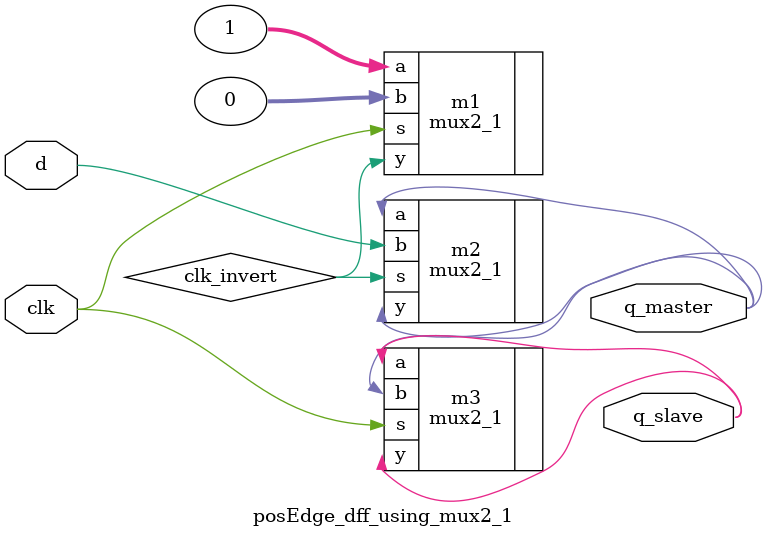
<source format=v>
`timescale 1ns / 1ps
module posEdge_dff_using_mux2_1( input clk,d,
                                  output wire q_slave,
                                  output wire q_master
                                  );
wire clk_invert;
mux2_1 m1(.s(clk), .a(1), .b(0), .y(clk_invert));
mux2_1 m2(.s(clk_invert), .a(q_master), .b(d), .y(q_master));
mux2_1 m3(.s(clk), .a(q_slave), .b(q_master), .y(q_slave));

endmodule


</source>
